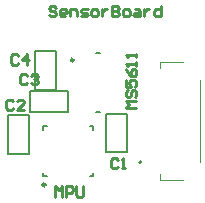
<source format=gbr>
%TF.GenerationSoftware,Altium Limited,Altium Designer,21.3.2 (30)*%
G04 Layer_Color=65535*
%FSLAX26Y26*%
%MOIN*%
%TF.SameCoordinates,7249F2FC-C291-4BAF-AEBD-B68F3D0C2602*%
%TF.FilePolarity,Positive*%
%TF.FileFunction,Legend,Top*%
%TF.Part,Single*%
G01*
G75*
%TA.AperFunction,NonConductor*%
%ADD24C,0.007874*%
%ADD25C,0.009842*%
%ADD26C,0.003937*%
%ADD27C,0.010000*%
D24*
X3970252Y2883472D02*
G03*
X3970252Y2891346I0J3937D01*
G01*
D02*
G03*
X3970252Y2883472I0J-3937D01*
G01*
X3925433Y2920866D02*
Y3049606D01*
X3854961Y2920866D02*
X3925433D01*
X3854961D02*
Y3049606D01*
X3925433D01*
X3688039Y3129394D02*
Y3258134D01*
X3617567Y3129394D02*
X3688039D01*
X3617567D02*
Y3258134D01*
X3688039D01*
X3600433Y2915866D02*
Y3044606D01*
X3529961Y2915866D02*
X3600433D01*
X3529961D02*
Y3044606D01*
X3600433D01*
X3600866Y3055472D02*
X3729606D01*
X3600866D02*
Y3125945D01*
X3729606D01*
Y3055472D02*
Y3125945D01*
X3824095Y3253425D02*
X3835905D01*
X3824095Y3056575D02*
X3835905D01*
X3812677Y2842323D02*
Y2853150D01*
X3801850Y2842323D02*
X3812677D01*
Y2996850D02*
Y3007677D01*
X3801850D02*
X3812677D01*
X3647323D02*
X3658150D01*
X3647323Y2996850D02*
Y3007677D01*
Y2842323D02*
Y2853150D01*
Y2842323D02*
X3658150D01*
D25*
X3748307Y3228819D02*
G03*
X3748307Y3228819I-4921J0D01*
G01*
X3654213Y2812795D02*
G03*
X3654213Y2812795I-4921J0D01*
G01*
D26*
X4034740Y3202370D02*
Y3222055D01*
X4111984D01*
X4168598Y2887409D02*
Y3163000D01*
X4034740Y2828354D02*
X4111984D01*
X4034740D02*
Y2848039D01*
D27*
X3563775Y3242191D02*
X3557943Y3248022D01*
X3546280D01*
X3540449Y3242191D01*
Y3218865D01*
X3546280Y3213033D01*
X3557943D01*
X3563775Y3218865D01*
X3592932Y3213033D02*
Y3248022D01*
X3575438Y3230528D01*
X3598764D01*
X3594169Y3176568D02*
X3588337Y3182400D01*
X3576674D01*
X3570843Y3176568D01*
Y3153243D01*
X3576674Y3147411D01*
X3588337D01*
X3594169Y3153243D01*
X3605831Y3176568D02*
X3611663Y3182400D01*
X3623326D01*
X3629157Y3176568D01*
Y3170737D01*
X3623326Y3164905D01*
X3617494D01*
X3623326D01*
X3629157Y3159074D01*
Y3153243D01*
X3623326Y3147411D01*
X3611663D01*
X3605831Y3153243D01*
X3547169Y3090663D02*
X3541337Y3096494D01*
X3529674D01*
X3523843Y3090663D01*
Y3067337D01*
X3529674Y3061506D01*
X3541337D01*
X3547169Y3067337D01*
X3582157Y3061506D02*
X3558831D01*
X3582157Y3084831D01*
Y3090663D01*
X3576326Y3096494D01*
X3564663D01*
X3558831Y3090663D01*
X3896000Y2896663D02*
X3890169Y2902494D01*
X3878506D01*
X3872674Y2896663D01*
Y2873337D01*
X3878506Y2867506D01*
X3890169D01*
X3896000Y2873337D01*
X3907663Y2867506D02*
X3919326D01*
X3913494D01*
Y2902494D01*
X3907663Y2896663D01*
X3690019Y3403868D02*
X3684187Y3409699D01*
X3672524D01*
X3666693Y3403868D01*
Y3398036D01*
X3672524Y3392205D01*
X3684187D01*
X3690019Y3386373D01*
Y3380542D01*
X3684187Y3374710D01*
X3672524D01*
X3666693Y3380542D01*
X3719176Y3374710D02*
X3707513D01*
X3701682Y3380542D01*
Y3392205D01*
X3707513Y3398036D01*
X3719176D01*
X3725007Y3392205D01*
Y3386373D01*
X3701682D01*
X3736670Y3374710D02*
Y3398036D01*
X3754164D01*
X3759996Y3392205D01*
Y3374710D01*
X3771659D02*
X3789153D01*
X3794985Y3380542D01*
X3789153Y3386373D01*
X3777490D01*
X3771659Y3392205D01*
X3777490Y3398036D01*
X3794985D01*
X3812479Y3374710D02*
X3824142D01*
X3829973Y3380542D01*
Y3392205D01*
X3824142Y3398036D01*
X3812479D01*
X3806648Y3392205D01*
Y3380542D01*
X3812479Y3374710D01*
X3841636Y3398036D02*
Y3374710D01*
Y3386373D01*
X3847468Y3392205D01*
X3853299Y3398036D01*
X3859131D01*
X3876625Y3409699D02*
Y3374710D01*
X3894119D01*
X3899951Y3380542D01*
Y3386373D01*
X3894119Y3392205D01*
X3876625D01*
X3894119D01*
X3899951Y3398036D01*
Y3403868D01*
X3894119Y3409699D01*
X3876625D01*
X3917445Y3374710D02*
X3929108D01*
X3934939Y3380542D01*
Y3392205D01*
X3929108Y3398036D01*
X3917445D01*
X3911614Y3392205D01*
Y3380542D01*
X3917445Y3374710D01*
X3952434Y3398036D02*
X3964097D01*
X3969928Y3392205D01*
Y3374710D01*
X3952434D01*
X3946602Y3380542D01*
X3952434Y3386373D01*
X3969928D01*
X3981591Y3398036D02*
Y3374710D01*
Y3386373D01*
X3987423Y3392205D01*
X3993254Y3398036D01*
X3999085D01*
X4039906Y3409699D02*
Y3374710D01*
X4022411D01*
X4016580Y3380542D01*
Y3392205D01*
X4022411Y3398036D01*
X4039906D01*
X3957494Y3069613D02*
X3922506D01*
X3934169Y3081276D01*
X3922506Y3092938D01*
X3957494D01*
X3928337Y3127927D02*
X3922506Y3122096D01*
Y3110433D01*
X3928337Y3104601D01*
X3934169D01*
X3940000Y3110433D01*
Y3122096D01*
X3945831Y3127927D01*
X3951663D01*
X3957494Y3122096D01*
Y3110433D01*
X3951663Y3104601D01*
X3922506Y3162916D02*
Y3139590D01*
X3940000D01*
X3934169Y3151253D01*
Y3157084D01*
X3940000Y3162916D01*
X3951663D01*
X3957494Y3157084D01*
Y3145421D01*
X3951663Y3139590D01*
X3922506Y3197905D02*
X3928337Y3186242D01*
X3940000Y3174579D01*
X3951663D01*
X3957494Y3180410D01*
Y3192073D01*
X3951663Y3197905D01*
X3945831D01*
X3940000Y3192073D01*
Y3174579D01*
X3957494Y3209567D02*
Y3221230D01*
Y3215399D01*
X3922506D01*
X3928337Y3209567D01*
X3957494Y3238725D02*
Y3250387D01*
Y3244556D01*
X3922506D01*
X3928337Y3238725D01*
X3687348Y2773506D02*
Y2808494D01*
X3699011Y2796831D01*
X3710674Y2808494D01*
Y2773506D01*
X3722337D02*
Y2808494D01*
X3739831D01*
X3745663Y2802663D01*
Y2791000D01*
X3739831Y2785169D01*
X3722337D01*
X3757326Y2808494D02*
Y2779337D01*
X3763157Y2773506D01*
X3774820D01*
X3780652Y2779337D01*
Y2808494D01*
%TF.MD5,e43ce79b0215a71f18740cf6fe98c05b*%
M02*

</source>
